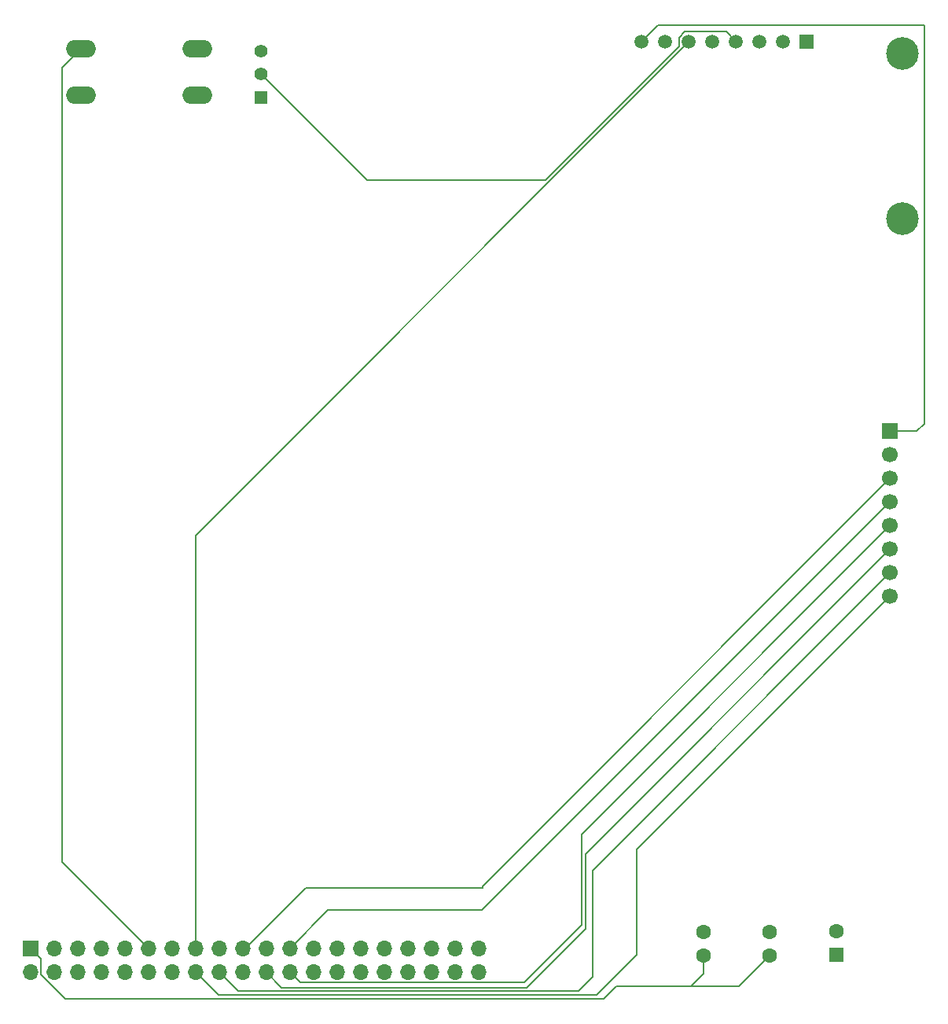
<source format=gbr>
%TF.GenerationSoftware,KiCad,Pcbnew,9.0.2*%
%TF.CreationDate,2025-07-02T02:47:12-04:00*%
%TF.ProjectId,PaperCam_Kicad,50617065-7243-4616-9d5f-4b696361642e,rev?*%
%TF.SameCoordinates,Original*%
%TF.FileFunction,Copper,L1,Top*%
%TF.FilePolarity,Positive*%
%FSLAX46Y46*%
G04 Gerber Fmt 4.6, Leading zero omitted, Abs format (unit mm)*
G04 Created by KiCad (PCBNEW 9.0.2) date 2025-07-02 02:47:12*
%MOMM*%
%LPD*%
G01*
G04 APERTURE LIST*
G04 Aperture macros list*
%AMRoundRect*
0 Rectangle with rounded corners*
0 $1 Rounding radius*
0 $2 $3 $4 $5 $6 $7 $8 $9 X,Y pos of 4 corners*
0 Add a 4 corners polygon primitive as box body*
4,1,4,$2,$3,$4,$5,$6,$7,$8,$9,$2,$3,0*
0 Add four circle primitives for the rounded corners*
1,1,$1+$1,$2,$3*
1,1,$1+$1,$4,$5*
1,1,$1+$1,$6,$7*
1,1,$1+$1,$8,$9*
0 Add four rect primitives between the rounded corners*
20,1,$1+$1,$2,$3,$4,$5,0*
20,1,$1+$1,$4,$5,$6,$7,0*
20,1,$1+$1,$6,$7,$8,$9,0*
20,1,$1+$1,$8,$9,$2,$3,0*%
G04 Aperture macros list end*
%TA.AperFunction,ComponentPad*%
%ADD10R,1.508000X1.508000*%
%TD*%
%TA.AperFunction,ComponentPad*%
%ADD11C,1.508000*%
%TD*%
%TA.AperFunction,ComponentPad*%
%ADD12C,3.516000*%
%TD*%
%TA.AperFunction,ComponentPad*%
%ADD13C,1.600000*%
%TD*%
%TA.AperFunction,ComponentPad*%
%ADD14RoundRect,0.250000X0.550000X-0.550000X0.550000X0.550000X-0.550000X0.550000X-0.550000X-0.550000X0*%
%TD*%
%TA.AperFunction,ComponentPad*%
%ADD15R,1.408000X1.408000*%
%TD*%
%TA.AperFunction,ComponentPad*%
%ADD16C,1.408000*%
%TD*%
%TA.AperFunction,ComponentPad*%
%ADD17R,1.700000X1.700000*%
%TD*%
%TA.AperFunction,ComponentPad*%
%ADD18C,1.700000*%
%TD*%
%TA.AperFunction,ComponentPad*%
%ADD19O,3.200000X1.900000*%
%TD*%
%TA.AperFunction,ComponentPad*%
%ADD20O,1.700000X1.700000*%
%TD*%
%TA.AperFunction,Conductor*%
%ADD21C,0.200000*%
%TD*%
G04 APERTURE END LIST*
D10*
%TO.P,U1,1,VBUS*%
%TO.N,unconnected-(U1-VBUS-Pad1)*%
X94488000Y-4127500D03*
D11*
%TO.P,U1,2,VLIPO*%
%TO.N,unconnected-(U1-VLIPO-Pad2)*%
X91948000Y-4127500D03*
%TO.P,U1,3,VBAT*%
%TO.N,unconnected-(U1-VBAT-Pad3)*%
X89408000Y-4127500D03*
%TO.P,U1,4,EN*%
%TO.N,Net-(PowerSwitch1-B)*%
X86868000Y-4127500D03*
%TO.P,U1,5,GND*%
%TO.N,GND*%
X84328000Y-4127500D03*
%TO.P,U1,6,LBO*%
%TO.N,Net-(U1-LBO)*%
X81788000Y-4127500D03*
%TO.P,U1,7,GND*%
%TO.N,GND*%
X79248000Y-4127500D03*
%TO.P,U1,8,5V*%
%TO.N,+5V*%
X76708000Y-4127500D03*
D12*
%TO.P,U1,P2*%
%TO.N,N/C*%
X104775000Y-23177500D03*
%TO.P,U1,P1*%
X104775000Y-5397500D03*
%TD*%
D13*
%TO.P,C1,2*%
%TO.N,GND*%
X83343750Y-100012500D03*
%TO.P,C1,1*%
%TO.N,+3V3*%
X83343750Y-102512500D03*
%TD*%
D14*
%TO.P,C3,1*%
%TO.N,+5V*%
X97631250Y-102393750D03*
D13*
%TO.P,C3,2*%
%TO.N,GND*%
X97631250Y-99893750D03*
%TD*%
%TO.P,C2,1*%
%TO.N,+3V3*%
X90487500Y-102512500D03*
%TO.P,C2,2*%
%TO.N,GND*%
X90487500Y-100012500D03*
%TD*%
D15*
%TO.P,PowerSwitch1,1,A*%
%TO.N,GND*%
X35694745Y-10142305D03*
D16*
%TO.P,PowerSwitch1,2,B*%
%TO.N,Net-(PowerSwitch1-B)*%
X35694745Y-7642305D03*
%TO.P,PowerSwitch1,3,C*%
%TO.N,unconnected-(PowerSwitch1-C-Pad3)*%
X35694745Y-5142305D03*
%TD*%
D17*
%TO.P,Display1,1,Pin_1*%
%TO.N,+5V*%
X103460219Y-46071437D03*
D18*
%TO.P,Display1,2,Pin_2*%
%TO.N,GND*%
X103460219Y-48611437D03*
%TO.P,Display1,3,Pin_3*%
%TO.N,/DIN*%
X103460219Y-51151437D03*
%TO.P,Display1,4,Pin_4*%
%TO.N,/CLK*%
X103460219Y-53691437D03*
%TO.P,Display1,5,Pin_5*%
%TO.N,/CS*%
X103460219Y-56231437D03*
%TO.P,Display1,6,Pin_6*%
%TO.N,/DC*%
X103460219Y-58771437D03*
%TO.P,Display1,7,Pin_7*%
%TO.N,/RST*%
X103460219Y-61311437D03*
%TO.P,Display1,8,Pin_8*%
%TO.N,/BUSY*%
X103460219Y-63851437D03*
%TD*%
D19*
%TO.P,CameraButton1,1,1*%
%TO.N,Net-(CameraButton1-Pad1)*%
X28791828Y-4908870D03*
X16291828Y-4908870D03*
%TO.P,CameraButton1,2,2*%
%TO.N,GND*%
X28791828Y-9908870D03*
X16291828Y-9908870D03*
%TD*%
D20*
%TO.P,RaspberryPiGPIO1,40,40*%
%TO.N,unconnected-(RaspberryPiGPIO1-Pad40)*%
X59123750Y-104282500D03*
%TO.P,RaspberryPiGPIO1,39,39*%
%TO.N,unconnected-(RaspberryPiGPIO1-Pad39)*%
X59123750Y-101742500D03*
%TO.P,RaspberryPiGPIO1,38,38*%
%TO.N,unconnected-(RaspberryPiGPIO1-Pad38)*%
X56583750Y-104282500D03*
%TO.P,RaspberryPiGPIO1,37,37*%
%TO.N,unconnected-(RaspberryPiGPIO1-Pad37)*%
X56583750Y-101742500D03*
%TO.P,RaspberryPiGPIO1,36,36*%
%TO.N,unconnected-(RaspberryPiGPIO1-Pad36)*%
X54043750Y-104282500D03*
%TO.P,RaspberryPiGPIO1,35,35*%
%TO.N,unconnected-(RaspberryPiGPIO1-Pad35)*%
X54043750Y-101742500D03*
%TO.P,RaspberryPiGPIO1,34,34*%
%TO.N,unconnected-(RaspberryPiGPIO1-Pad34)*%
X51503750Y-104282500D03*
%TO.P,RaspberryPiGPIO1,33,33*%
%TO.N,unconnected-(RaspberryPiGPIO1-Pad33)*%
X51503750Y-101742500D03*
%TO.P,RaspberryPiGPIO1,32,32*%
%TO.N,unconnected-(RaspberryPiGPIO1-Pad32)*%
X48963750Y-104282500D03*
%TO.P,RaspberryPiGPIO1,31,31*%
%TO.N,unconnected-(RaspberryPiGPIO1-Pad31)*%
X48963750Y-101742500D03*
%TO.P,RaspberryPiGPIO1,30,30*%
%TO.N,unconnected-(RaspberryPiGPIO1-Pad30)*%
X46423750Y-104282500D03*
%TO.P,RaspberryPiGPIO1,29,29*%
%TO.N,unconnected-(RaspberryPiGPIO1-Pad29)*%
X46423750Y-101742500D03*
%TO.P,RaspberryPiGPIO1,28,28*%
%TO.N,unconnected-(RaspberryPiGPIO1-Pad28)*%
X43883750Y-104282500D03*
%TO.P,RaspberryPiGPIO1,27,27*%
%TO.N,unconnected-(RaspberryPiGPIO1-Pad27)*%
X43883750Y-101742500D03*
%TO.P,RaspberryPiGPIO1,26,26*%
%TO.N,unconnected-(RaspberryPiGPIO1-Pad26)*%
X41343750Y-104282500D03*
%TO.P,RaspberryPiGPIO1,25,25*%
%TO.N,unconnected-(RaspberryPiGPIO1-Pad25)*%
X41343750Y-101742500D03*
%TO.P,RaspberryPiGPIO1,24,24*%
%TO.N,/CS*%
X38803750Y-104282500D03*
%TO.P,RaspberryPiGPIO1,23,23*%
%TO.N,/CLK*%
X38803750Y-101742500D03*
%TO.P,RaspberryPiGPIO1,22,22*%
%TO.N,/DC*%
X36263750Y-104282500D03*
%TO.P,RaspberryPiGPIO1,21,21*%
%TO.N,unconnected-(RaspberryPiGPIO1-Pad21)*%
X36263750Y-101742500D03*
%TO.P,RaspberryPiGPIO1,20,20*%
%TO.N,unconnected-(RaspberryPiGPIO1-Pad20)*%
X33723750Y-104282500D03*
%TO.P,RaspberryPiGPIO1,19,19*%
%TO.N,/DIN*%
X33723750Y-101742500D03*
%TO.P,RaspberryPiGPIO1,18,18*%
%TO.N,/RST*%
X31183750Y-104282500D03*
%TO.P,RaspberryPiGPIO1,17,17*%
%TO.N,unconnected-(RaspberryPiGPIO1-Pad17)*%
X31183750Y-101742500D03*
%TO.P,RaspberryPiGPIO1,16,16*%
%TO.N,/BUSY*%
X28643750Y-104282500D03*
%TO.P,RaspberryPiGPIO1,15,15*%
%TO.N,Net-(U1-LBO)*%
X28643750Y-101742500D03*
%TO.P,RaspberryPiGPIO1,14,14*%
%TO.N,unconnected-(RaspberryPiGPIO1-Pad14)*%
X26103750Y-104282500D03*
%TO.P,RaspberryPiGPIO1,13,13*%
%TO.N,unconnected-(RaspberryPiGPIO1-Pad13)*%
X26103750Y-101742500D03*
%TO.P,RaspberryPiGPIO1,12,12*%
%TO.N,unconnected-(RaspberryPiGPIO1-Pad12)*%
X23563750Y-104282500D03*
%TO.P,RaspberryPiGPIO1,11,11*%
%TO.N,Net-(CameraButton1-Pad1)*%
X23563750Y-101742500D03*
%TO.P,RaspberryPiGPIO1,10,10*%
%TO.N,unconnected-(RaspberryPiGPIO1-Pad10)*%
X21023750Y-104282500D03*
%TO.P,RaspberryPiGPIO1,9,9*%
%TO.N,GND*%
X21023750Y-101742500D03*
%TO.P,RaspberryPiGPIO1,8,8*%
%TO.N,unconnected-(RaspberryPiGPIO1-Pad8)*%
X18483750Y-104282500D03*
%TO.P,RaspberryPiGPIO1,7,7*%
%TO.N,unconnected-(RaspberryPiGPIO1-Pad7)*%
X18483750Y-101742500D03*
%TO.P,RaspberryPiGPIO1,6,6*%
%TO.N,GND*%
X15943750Y-104282500D03*
%TO.P,RaspberryPiGPIO1,5,5*%
%TO.N,unconnected-(RaspberryPiGPIO1-Pad5)*%
X15943750Y-101742500D03*
%TO.P,RaspberryPiGPIO1,4,4*%
%TO.N,unconnected-(RaspberryPiGPIO1-Pad4)*%
X13403750Y-104282500D03*
%TO.P,RaspberryPiGPIO1,3,3*%
%TO.N,unconnected-(RaspberryPiGPIO1-Pad3)*%
X13403750Y-101742500D03*
%TO.P,RaspberryPiGPIO1,2,2*%
%TO.N,+5V*%
X10863750Y-104282500D03*
D17*
%TO.P,RaspberryPiGPIO1,1,1*%
%TO.N,+3V3*%
X10863750Y-101742500D03*
%TD*%
D21*
%TO.N,Net-(PowerSwitch1-B)*%
X86868000Y-4127500D02*
X85813000Y-3072500D01*
X81351004Y-3072500D02*
X80733000Y-3690504D01*
X85813000Y-3072500D02*
X81351004Y-3072500D01*
X80733000Y-3690504D02*
X80733000Y-4615400D01*
X80733000Y-4615400D02*
X66298400Y-19050000D01*
X66298400Y-19050000D02*
X47102440Y-19050000D01*
X47102440Y-19050000D02*
X35694745Y-7642305D01*
%TO.N,Net-(U1-LBO)*%
X28643750Y-101742500D02*
X28643750Y-57271750D01*
X28643750Y-57271750D02*
X81788000Y-4127500D01*
%TO.N,+5V*%
X106328563Y-46071437D02*
X107156250Y-45243750D01*
X103460219Y-46071437D02*
X106328563Y-46071437D01*
%TO.N,/DIN*%
X40481250Y-95250000D02*
X59531250Y-95250000D01*
X33723750Y-101742500D02*
X33988750Y-101742500D01*
X59531250Y-95250000D02*
X59531250Y-95080406D01*
X59531250Y-95080406D02*
X103460219Y-51151437D01*
X33988750Y-101742500D02*
X40481250Y-95250000D01*
%TO.N,/CLK*%
X103460219Y-53691437D02*
X59520406Y-97631250D01*
X59520406Y-97631250D02*
X42915000Y-97631250D01*
X42915000Y-97631250D02*
X38803750Y-101742500D01*
%TO.N,/DC*%
X36263750Y-104282500D02*
X37934500Y-105953250D01*
X37934500Y-105953250D02*
X64293750Y-105953250D01*
X70635500Y-99611500D02*
X70635500Y-91596157D01*
X64293750Y-105953250D02*
X70635500Y-99611500D01*
X70635500Y-91596157D02*
X103460219Y-58771438D01*
X103460219Y-58771438D02*
X103460219Y-58771437D01*
%TO.N,/CS*%
X38803750Y-104282500D02*
X39954750Y-105433500D01*
X39954750Y-105433500D02*
X64013683Y-105433500D01*
X64013683Y-105433500D02*
X70234500Y-99212683D01*
X70234500Y-99212683D02*
X70234500Y-89457156D01*
X70234500Y-89457156D02*
X103460219Y-56231437D01*
%TO.N,/RST*%
X103460219Y-61311437D02*
X71437500Y-93334156D01*
X71437500Y-93334156D02*
X71437500Y-104775000D01*
X71437500Y-104775000D02*
X69858250Y-106354250D01*
X33255500Y-106354250D02*
X31183750Y-104282500D01*
X69858250Y-106354250D02*
X33255500Y-106354250D01*
%TO.N,/BUSY*%
X28643750Y-104282500D02*
X31116500Y-106755250D01*
X76200000Y-91111656D02*
X103460219Y-63851437D01*
X31116500Y-106755250D02*
X71838500Y-106755250D01*
X71838500Y-106755250D02*
X76200000Y-102393750D01*
X76200000Y-102393750D02*
X76200000Y-91111656D01*
%TO.N,+3V3*%
X10863750Y-101742500D02*
X12014750Y-102893500D01*
X72571700Y-107156250D02*
X73919662Y-105808288D01*
X12014750Y-102893500D02*
X12014750Y-104568826D01*
X14602174Y-107156250D02*
X72571700Y-107156250D01*
X12014750Y-104568826D02*
X14602174Y-107156250D01*
X73919662Y-105808288D02*
X81995788Y-105808288D01*
X81995788Y-105808288D02*
X87191712Y-105808288D01*
X87191712Y-105808288D02*
X90487500Y-102512500D01*
X81995788Y-105808288D02*
X83343750Y-104460326D01*
X83343750Y-104460326D02*
X83343750Y-102512500D01*
%TO.N,Net-(CameraButton1-Pad1)*%
X23563750Y-101742500D02*
X14287500Y-92466250D01*
X14287500Y-92466250D02*
X14287500Y-6913198D01*
X14287500Y-6913198D02*
X16291828Y-4908870D01*
%TO.N,+5V*%
X107156250Y-2381250D02*
X107156250Y-45243750D01*
X76708000Y-4127500D02*
X78454250Y-2381250D01*
X78454250Y-2381250D02*
X107156250Y-2381250D01*
%TO.N,GND*%
X29025263Y-10142305D02*
X28791828Y-9908870D01*
%TO.N,/DC*%
X36263750Y-104282500D02*
X36919313Y-104282500D01*
%TO.N,/CS*%
X38803750Y-104282500D02*
X39459314Y-104282500D01*
%TD*%
M02*

</source>
